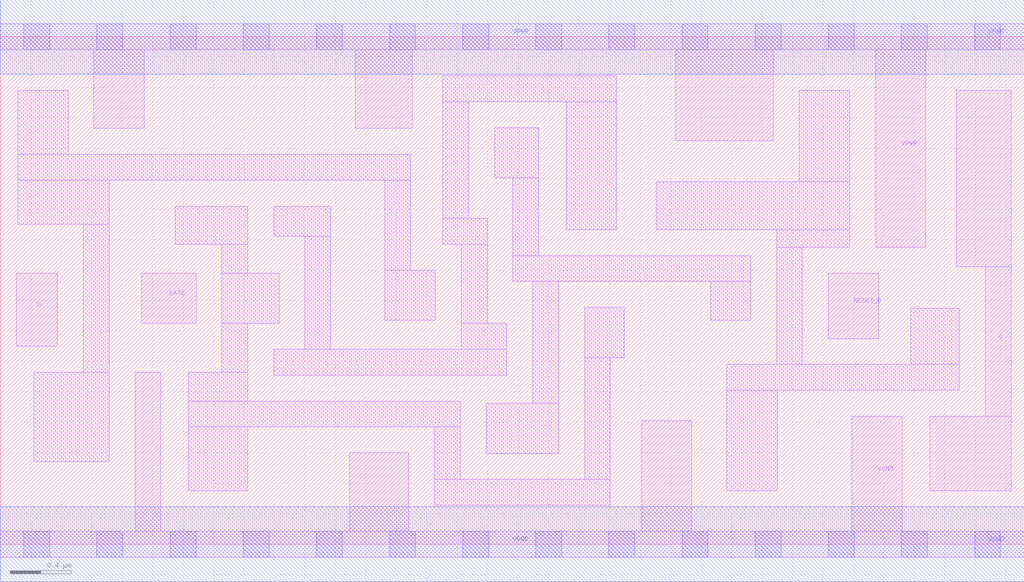
<source format=lef>
# Copyright 2020 The SkyWater PDK Authors
#
# Licensed under the Apache License, Version 2.0 (the "License");
# you may not use this file except in compliance with the License.
# You may obtain a copy of the License at
#
#     https://www.apache.org/licenses/LICENSE-2.0
#
# Unless required by applicable law or agreed to in writing, software
# distributed under the License is distributed on an "AS IS" BASIS,
# WITHOUT WARRANTIES OR CONDITIONS OF ANY KIND, either express or implied.
# See the License for the specific language governing permissions and
# limitations under the License.
#
# SPDX-License-Identifier: Apache-2.0

VERSION 5.7 ;
  NAMESCASESENSITIVE ON ;
  NOWIREEXTENSIONATPIN ON ;
  DIVIDERCHAR "/" ;
  BUSBITCHARS "[]" ;
UNITS
  DATABASE MICRONS 200 ;
END UNITS
MACRO sky130_fd_sc_ms__dlrtp_1
  CLASS CORE ;
  SOURCE USER ;
  FOREIGN sky130_fd_sc_ms__dlrtp_1 ;
  ORIGIN  0.000000  0.000000 ;
  SIZE  6.720000 BY  3.330000 ;
  SYMMETRY X Y ;
  SITE unit ;
  PIN D
    ANTENNAGATEAREA  0.233700 ;
    DIRECTION INPUT ;
    USE SIGNAL ;
    PORT
      LAYER li1 ;
        RECT 0.105000 1.300000 0.375000 1.780000 ;
    END
  END D
  PIN Q
    ANTENNADIFFAREA  0.524500 ;
    DIRECTION OUTPUT ;
    USE SIGNAL ;
    PORT
      LAYER li1 ;
        RECT 6.100000 0.350000 6.635000 0.840000 ;
        RECT 6.275000 1.820000 6.635000 2.980000 ;
        RECT 6.465000 0.840000 6.635000 1.820000 ;
    END
  END Q
  PIN RESET_B
    ANTENNAGATEAREA  0.291000 ;
    DIRECTION INPUT ;
    USE SIGNAL ;
    PORT
      LAYER li1 ;
        RECT 5.435000 1.350000 5.765000 1.780000 ;
    END
  END RESET_B
  PIN GATE
    ANTENNAGATEAREA  0.262200 ;
    DIRECTION INPUT ;
    USE CLOCK ;
    PORT
      LAYER li1 ;
        RECT 0.930000 1.450000 1.285000 1.780000 ;
    END
  END GATE
  PIN VGND
    DIRECTION INOUT ;
    USE GROUND ;
    PORT
      LAYER li1 ;
        RECT 0.000000 -0.085000 6.720000 0.085000 ;
        RECT 0.885000  0.085000 1.055000 1.130000 ;
        RECT 2.295000  0.085000 2.680000 0.600000 ;
        RECT 4.210000  0.085000 4.540000 0.810000 ;
        RECT 5.590000  0.085000 5.920000 0.840000 ;
      LAYER mcon ;
        RECT 0.155000 -0.085000 0.325000 0.085000 ;
        RECT 0.635000 -0.085000 0.805000 0.085000 ;
        RECT 1.115000 -0.085000 1.285000 0.085000 ;
        RECT 1.595000 -0.085000 1.765000 0.085000 ;
        RECT 2.075000 -0.085000 2.245000 0.085000 ;
        RECT 2.555000 -0.085000 2.725000 0.085000 ;
        RECT 3.035000 -0.085000 3.205000 0.085000 ;
        RECT 3.515000 -0.085000 3.685000 0.085000 ;
        RECT 3.995000 -0.085000 4.165000 0.085000 ;
        RECT 4.475000 -0.085000 4.645000 0.085000 ;
        RECT 4.955000 -0.085000 5.125000 0.085000 ;
        RECT 5.435000 -0.085000 5.605000 0.085000 ;
        RECT 5.915000 -0.085000 6.085000 0.085000 ;
        RECT 6.395000 -0.085000 6.565000 0.085000 ;
      LAYER met1 ;
        RECT 0.000000 -0.245000 6.720000 0.245000 ;
    END
  END VGND
  PIN VPWR
    DIRECTION INOUT ;
    USE POWER ;
    PORT
      LAYER li1 ;
        RECT 0.000000 3.245000 6.720000 3.415000 ;
        RECT 0.615000 2.730000 0.945000 3.245000 ;
        RECT 2.330000 2.730000 2.705000 3.245000 ;
        RECT 4.435000 2.650000 5.075000 3.245000 ;
        RECT 5.745000 1.950000 6.075000 3.245000 ;
      LAYER mcon ;
        RECT 0.155000 3.245000 0.325000 3.415000 ;
        RECT 0.635000 3.245000 0.805000 3.415000 ;
        RECT 1.115000 3.245000 1.285000 3.415000 ;
        RECT 1.595000 3.245000 1.765000 3.415000 ;
        RECT 2.075000 3.245000 2.245000 3.415000 ;
        RECT 2.555000 3.245000 2.725000 3.415000 ;
        RECT 3.035000 3.245000 3.205000 3.415000 ;
        RECT 3.515000 3.245000 3.685000 3.415000 ;
        RECT 3.995000 3.245000 4.165000 3.415000 ;
        RECT 4.475000 3.245000 4.645000 3.415000 ;
        RECT 4.955000 3.245000 5.125000 3.415000 ;
        RECT 5.435000 3.245000 5.605000 3.415000 ;
        RECT 5.915000 3.245000 6.085000 3.415000 ;
        RECT 6.395000 3.245000 6.565000 3.415000 ;
      LAYER met1 ;
        RECT 0.000000 3.085000 6.720000 3.575000 ;
    END
  END VPWR
  OBS
    LAYER li1 ;
      RECT 0.115000 2.100000 0.715000 2.390000 ;
      RECT 0.115000 2.390000 2.695000 2.560000 ;
      RECT 0.115000 2.560000 0.445000 2.980000 ;
      RECT 0.220000 0.540000 0.715000 1.130000 ;
      RECT 0.545000 1.130000 0.715000 2.100000 ;
      RECT 1.150000 1.970000 1.625000 2.220000 ;
      RECT 1.235000 0.350000 1.625000 0.770000 ;
      RECT 1.235000 0.770000 3.020000 0.940000 ;
      RECT 1.235000 0.940000 1.625000 1.130000 ;
      RECT 1.455000 1.130000 1.625000 1.450000 ;
      RECT 1.455000 1.450000 1.830000 1.780000 ;
      RECT 1.455000 1.780000 1.625000 1.970000 ;
      RECT 1.795000 1.110000 3.325000 1.280000 ;
      RECT 1.795000 2.020000 2.170000 2.220000 ;
      RECT 2.000000 1.280000 2.170000 2.020000 ;
      RECT 2.525000 1.470000 2.855000 1.800000 ;
      RECT 2.525000 1.800000 2.695000 2.390000 ;
      RECT 2.850000 0.255000 4.005000 0.425000 ;
      RECT 2.850000 0.425000 3.020000 0.770000 ;
      RECT 2.905000 1.970000 3.195000 2.140000 ;
      RECT 2.905000 2.140000 3.075000 2.905000 ;
      RECT 2.905000 2.905000 4.045000 3.075000 ;
      RECT 3.025000 1.280000 3.325000 1.450000 ;
      RECT 3.025000 1.450000 3.195000 1.970000 ;
      RECT 3.190000 0.595000 3.665000 0.925000 ;
      RECT 3.245000 2.405000 3.535000 2.735000 ;
      RECT 3.365000 1.725000 4.925000 1.895000 ;
      RECT 3.365000 1.895000 3.535000 2.405000 ;
      RECT 3.495000 0.925000 3.665000 1.725000 ;
      RECT 3.715000 2.065000 4.045000 2.905000 ;
      RECT 3.835000 0.425000 4.005000 1.225000 ;
      RECT 3.835000 1.225000 4.095000 1.555000 ;
      RECT 4.305000 2.065000 5.575000 2.380000 ;
      RECT 4.665000 1.470000 4.925000 1.725000 ;
      RECT 4.770000 0.350000 5.100000 1.010000 ;
      RECT 4.770000 1.010000 6.295000 1.180000 ;
      RECT 5.095000 1.180000 5.265000 1.950000 ;
      RECT 5.095000 1.950000 5.575000 2.065000 ;
      RECT 5.245000 2.380000 5.575000 2.980000 ;
      RECT 5.975000 1.180000 6.295000 1.550000 ;
  END
END sky130_fd_sc_ms__dlrtp_1

</source>
